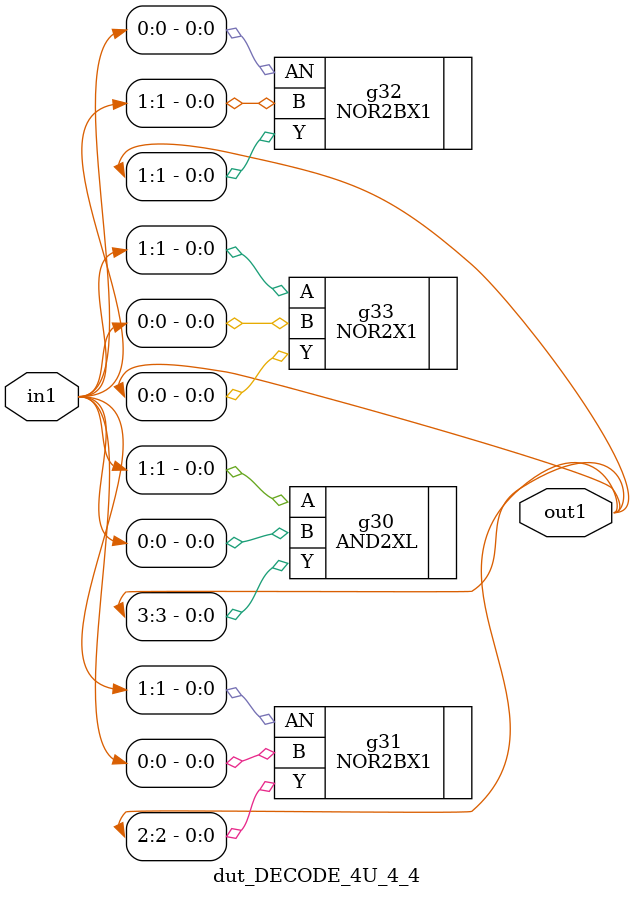
<source format=v>
`timescale 1ps / 1ps


module dut_DECODE_4U_4_4(in1, out1);
  input [1:0] in1;
  output [3:0] out1;
  wire [1:0] in1;
  wire [3:0] out1;
  AND2XL g30(.A (in1[1]), .B (in1[0]), .Y (out1[3]));
  NOR2BX1 g31(.AN (in1[1]), .B (in1[0]), .Y (out1[2]));
  NOR2BX1 g32(.AN (in1[0]), .B (in1[1]), .Y (out1[1]));
  NOR2X1 g33(.A (in1[1]), .B (in1[0]), .Y (out1[0]));
endmodule



</source>
